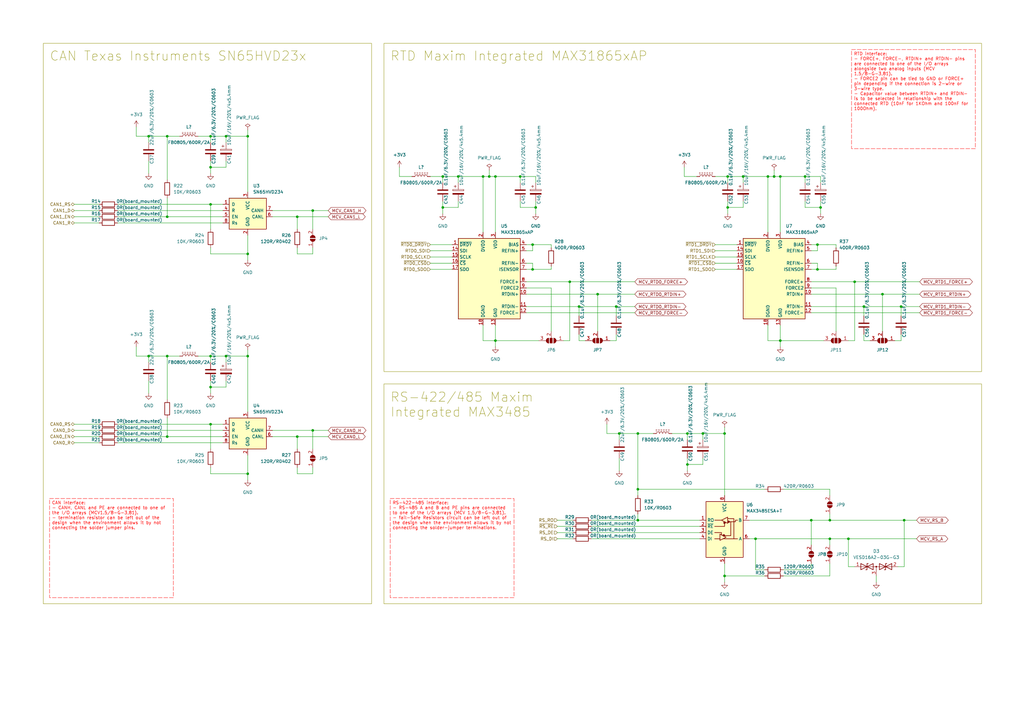
<source format=kicad_sch>
(kicad_sch (version 20230121) (generator eeschema)
  (paper "A3")
  (title_block (title "CAN, RS-422/485, RTD") (date "2023-09-02") (rev "A"))
  (lib_symbols
    (symbol "Device:C" (pin_numbers hide) (pin_names (offset 0.254))
      (property "Reference" "C" (at 0.635 2.54 0))
      (property "Value" "C" (at 0.635 -2.54 0))
      (symbol "C_1_1"
        (pin passive line (at 0 3.81 270) (length 2.794) (name "~") (number "1"))
        (pin passive line (at 0 -3.81 90) (length 2.794) (name "~") (number "2"))
      )
    )
    (symbol "Device:C_Polarized" (pin_numbers hide) (pin_names (offset 0.254))
      (property "Reference" "C" (at 0.635 2.54 0))
      (property "Value" "C_Polarized" (at 0.635 -2.54 0))
      (symbol "C_Polarized_1_1"
        (pin passive line (at 0 3.81 270) (length 2.794) (name "~") (number "1"))
        (pin passive line (at 0 -3.81 90) (length 2.794) (name "~") (number "2"))
      )
    )
    (symbol "Device:D_TVS_Dual_AAC" (pin_names (offset 1.016) hide)
      (property "Reference" "D" (at 0 4.445 0))
      (property "Value" "D_TVS_Dual_AAC" (at 0 2.54 0))
      (symbol "D_TVS_Dual_AAC_1_1"
        (pin passive line (at -8.89 0 0) (length 2.54) (name "A1") (number "1"))
        (pin passive line (at 8.89 0 180) (length 2.54) (name "A2") (number "2"))
        (pin passive line (at 0 -3.81 90) (length 2.54) (name "common") (number "3"))
      )
    )
    (symbol "Device:L_Ferrite" (pin_numbers hide) (pin_names (offset 1.016) hide)
      (property "Reference" "L" (at -1.27 0 90))
      (property "Value" "L_Ferrite" (at 2.794 0 90))
      (symbol "L_Ferrite_1_1"
        (pin passive line (at 0 3.81 270) (length 1.27) (name "1") (number "1"))
        (pin passive line (at 0 -3.81 90) (length 1.27) (name "2") (number "2"))
      )
    )
    (symbol "Device:R" (pin_numbers hide) (pin_names (offset 0))
      (property "Reference" "R" (at 2.032 0 90))
      (property "Value" "R" (at 0 0 90))
      (symbol "R_1_1"
        (pin passive line (at 0 3.81 270) (length 1.27) (name "~") (number "1"))
        (pin passive line (at 0 -3.81 90) (length 1.27) (name "~") (number "2"))
      )
    )
    (symbol "Interface_CAN_LIN:SN65HVD234" (pin_names (offset 1.016))
      (property "Reference" "U" (at -2.54 10.16 0))
      (property "Value" "SN65HVD234" (at -2.54 7.62 0))
      (symbol "SN65HVD234_1_1"
        (pin input line (at -10.16 2.54 0) (length 2.54) (name "D") (number "1"))
        (pin power_in line (at 0 -10.16 90) (length 2.54) (name "GND") (number "2"))
        (pin power_in line (at 0 7.62 270) (length 2.54) (name "VCC") (number "3"))
        (pin output line (at -10.16 0 0) (length 2.54) (name "R") (number "4"))
        (pin input line (at -10.16 -2.54 0) (length 2.54) (name "EN") (number "5"))
        (pin bidirectional line (at 10.16 -2.54 180) (length 2.54) (name "CANL") (number "6"))
        (pin bidirectional line (at 10.16 0 180) (length 2.54) (name "CANH") (number "7"))
        (pin input line (at -10.16 -5.08 0) (length 2.54) (name "Rs") (number "8"))
      )
    )
    (symbol "Interface_UART:MAX3485"
      (property "Reference" "U" (at -6.096 11.43 0))
      (property "Value" "MAX3485" (at 0.762 11.43 0))
      (symbol "MAX3485_1_1"
        (pin output line (at -10.16 2.54 0) (length 2.54) (name "RO") (number "1"))
        (pin input line (at -10.16 0 0) (length 2.54) (name "~{RE}") (number "2"))
        (pin input line (at -10.16 -2.54 0) (length 2.54) (name "DE") (number "3"))
        (pin input line (at -10.16 -5.08 0) (length 2.54) (name "DI") (number "4"))
        (pin power_in line (at 0 -15.24 90) (length 2.54) (name "GND") (number "5"))
        (pin bidirectional line (at 10.16 -5.08 180) (length 2.54) (name "A") (number "6"))
        (pin bidirectional line (at 10.16 2.54 180) (length 2.54) (name "B") (number "7"))
        (pin power_in line (at 0 12.7 270) (length 2.54) (name "VCC") (number "8"))
      )
    )
    (symbol "Jumper:SolderJumper_2_Open" (pin_names (offset 0) hide)
      (property "Reference" "JP" (at 0 2.032 0))
      (property "Value" "SolderJumper_2_Open" (at 0 -2.54 0))
      (symbol "SolderJumper_2_Open_1_1"
        (pin passive line (at -3.81 0 0) (length 2.54) (name "A") (number "1"))
        (pin passive line (at 3.81 0 180) (length 2.54) (name "B") (number "2"))
      )
    )
    (symbol "Jumper:SolderJumper_3_Open" (pin_names (offset 0) hide)
      (property "Reference" "JP" (at -2.54 -2.54 0))
      (property "Value" "SolderJumper_3_Open" (at 0 2.794 0))
      (symbol "SolderJumper_3_Open_1_1"
        (pin passive line (at -5.08 0 0) (length 2.54) (name "A") (number "1"))
        (pin passive line (at 0 -3.81 90) (length 2.54) (name "C") (number "2"))
        (pin passive line (at 5.08 0 180) (length 2.54) (name "B") (number "3"))
      )
    )
    (symbol "Sensor_Temperature:MAX31865xAP"
      (property "Reference" "U" (at -11.43 19.05 0))
      (property "Value" "MAX31865xAP" (at 10.16 19.05 0))
      (symbol "MAX31865xAP_1_1"
        (pin output line (at -15.24 15.24 0) (length 2.54) (name "~{DRDY}") (number "1"))
        (pin input line (at 15.24 -5.08 180) (length 2.54) (name "RTDIN+") (number "10"))
        (pin input line (at 15.24 -10.16 180) (length 2.54) (name "RTDIN-") (number "11"))
        (pin power_out line (at 15.24 -12.7 180) (length 2.54) (name "FORCE-") (number "12"))
        (pin power_in line (at 2.54 -17.78 90) (length 2.54) (name "GND") (number "13"))
        (pin input line (at -15.24 12.7 0) (length 2.54) (name "SDI") (number "14"))
        (pin input line (at -15.24 10.16 0) (length 2.54) (name "SCLK") (number "15"))
        (pin input line (at -15.24 7.62 0) (length 2.54) (name "~{CS}") (number "16"))
        (pin tri_state line (at -15.24 5.08 0) (length 2.54) (name "SDO") (number "17"))
        (pin power_in line (at -2.54 -17.78 90) (length 2.54) (name "DGND") (number "18"))
        (pin passive line (at 2.54 -17.78 90) (length 2.54) hide (name "GND") (number "19"))
        (pin power_in line (at -2.54 20.32 270) (length 2.54) (name "DVDD") (number "2"))
        (pin no_connect line (at -12.7 -2.54 0) (length 2.54) hide (name "NC") (number "20"))
        (pin power_in line (at 2.54 20.32 270) (length 2.54) (name "VDD") (number "3"))
        (pin power_out line (at 15.24 15.24 180) (length 2.54) (name "BIAS") (number "4"))
        (pin input line (at 15.24 12.7 180) (length 2.54) (name "REFIN+") (number "5"))
        (pin input line (at 15.24 7.62 180) (length 2.54) (name "REFIN-") (number "6"))
        (pin passive line (at 15.24 5.08 180) (length 2.54) (name "ISENSOR") (number "7"))
        (pin passive line (at 15.24 0 180) (length 2.54) (name "FORCE+") (number "8"))
        (pin input line (at 15.24 -2.54 180) (length 2.54) (name "FORCE2") (number "9"))
      )
    )
    (symbol "power:+3V3" (power) (pin_names (offset 0))
      (property "Value" "+3V3" (at 0 3.556 0))
      (symbol "+3V3_1_1"
        (pin power_in line (at 0 0 90) (length 0) hide (name "+3V3") (number "1"))
      )
    )
    (symbol "power:GND" (power) (pin_names (offset 0))
      (property "Value" "GND" (at 0 -3.81 0))
      (symbol "GND_1_1"
        (pin power_in line (at 0 0 270) (length 0) hide (name "GND") (number "1"))
      )
    )
    (symbol "power:PWR_FLAG" (power) (pin_numbers hide) (pin_names (offset 0) hide)
      (property "Value" "PWR_FLAG" (at 0 3.81 0))
      (symbol "PWR_FLAG_0_0"
        (pin power_out line (at 0 0 90) (length 0) (name "pwr") (number "1"))
      )
    )
  )
  (junction (at 252.73 125.73))
  (junction (at 297.18 236.22))
  (junction (at 101.6 194.31))
  (junction (at 335.28 100.33))
  (junction (at 361.95 120.65))
  (junction (at 187.96 72.39))
  (junction (at 347.98 220.98))
  (junction (at 297.18 177.8))
  (junction (at 86.36 68.58))
  (junction (at 121.92 179.07))
  (junction (at 101.6 104.14))
  (junction (at 261.62 177.8))
  (junction (at 218.44 110.49))
  (junction (at 86.36 83.82))
  (junction (at 350.52 115.57))
  (junction (at 281.94 177.8))
  (junction (at 68.58 179.07))
  (junction (at 68.58 88.9))
  (junction (at 60.96 55.88))
  (junction (at 370.84 213.36))
  (junction (at 203.2 72.39))
  (junction (at 314.96 72.39))
  (junction (at 298.45 72.39))
  (junction (at 203.2 139.7))
  (junction (at 261.62 213.36))
  (junction (at 200.66 72.39))
  (junction (at 218.44 100.33))
  (junction (at 340.36 213.36))
  (junction (at 288.29 177.8))
  (junction (at 121.92 88.9))
  (junction (at 304.8 72.39))
  (junction (at 320.04 139.7))
  (junction (at 330.2 72.39))
  (junction (at 86.36 55.88))
  (junction (at 60.96 146.05))
  (junction (at 101.6 55.88))
  (junction (at 245.11 120.65))
  (junction (at 128.27 86.36))
  (junction (at 128.27 176.53))
  (junction (at 86.36 173.99))
  (junction (at 254 177.8))
  (junction (at 340.36 220.98))
  (junction (at 181.61 72.39))
  (junction (at 92.71 146.05))
  (junction (at 92.71 55.88))
  (junction (at 281.94 190.5))
  (junction (at 198.12 72.39))
  (junction (at 86.36 158.75))
  (junction (at 68.58 55.88))
  (junction (at 309.88 220.98))
  (junction (at 317.5 72.39))
  (junction (at 335.28 110.49))
  (junction (at 369.57 125.73))
  (junction (at 261.62 200.66))
  (junction (at 298.45 85.09))
  (junction (at 219.71 85.09))
  (junction (at 336.55 85.09))
  (junction (at 86.36 146.05))
  (junction (at 233.68 115.57))
  (junction (at 181.61 85.09))
  (junction (at 332.74 213.36))
  (junction (at 68.58 146.05))
  (junction (at 354.33 125.73))
  (junction (at 320.04 72.39))
  (junction (at 101.6 146.05))
  (junction (at 237.49 125.73))
  (junction (at 213.36 72.39))
  (wire (pts (xy 314.96 72.39) (xy 317.5 72.39)))
  (wire (pts (xy 68.58 146.05) (xy 73.66 146.05)))
  (wire (pts (xy 101.6 104.14) (xy 101.6 106.68)))
  (wire (pts (xy 332.74 115.57) (xy 350.52 115.57)))
  (wire (pts (xy 242.57 218.44) (xy 287.02 218.44)))
  (wire (pts (xy 280.67 72.39) (xy 280.67 68.58)))
  (wire (pts (xy 288.29 177.8) (xy 288.29 180.34)))
  (wire (pts (xy 92.71 66.04) (xy 92.71 68.58)))
  (wire (pts (xy 298.45 85.09) (xy 298.45 87.63)))
  (wire (pts (xy 261.62 177.8) (xy 261.62 200.66)))
  (wire (pts (xy 293.37 105.41) (xy 302.26 105.41)))
  (wire (pts (xy 163.83 72.39) (xy 163.83 68.58)))
  (wire (pts (xy 361.95 120.65) (xy 377.19 120.65)))
  (wire (pts (xy 245.11 120.65) (xy 260.35 120.65)))
  (wire (pts (xy 86.36 173.99) (xy 91.44 173.99)))
  (wire (pts (xy 281.94 177.8) (xy 288.29 177.8)))
  (wire (pts (xy 68.58 146.05) (xy 68.58 163.83)))
  (wire (pts (xy 298.45 72.39) (xy 304.8 72.39)))
  (wire (pts (xy 335.28 100.33) (xy 342.9 100.33)))
  (wire (pts (xy 86.36 191.77) (xy 86.36 194.31)))
  (wire (pts (xy 228.6 218.44) (xy 234.95 218.44)))
  (wire (pts (xy 219.71 72.39) (xy 219.71 74.93)))
  (wire (pts (xy 86.36 66.04) (xy 86.36 68.58)))
  (wire (pts (xy 198.12 95.25) (xy 198.12 72.39)))
  (wire (pts (xy 309.88 220.98) (xy 340.36 220.98)))
  (wire (pts (xy 198.12 72.39) (xy 200.66 72.39)))
  (wire (pts (xy 68.58 179.07) (xy 91.44 179.07)))
  (wire (pts (xy 231.14 139.7) (xy 233.68 139.7)))
  (wire (pts (xy 350.52 232.41) (xy 347.98 232.41)))
  (wire (pts (xy 314.96 139.7) (xy 320.04 139.7)))
  (wire (pts (xy 218.44 100.33) (xy 226.06 100.33)))
  (wire (pts (xy 60.96 146.05) (xy 68.58 146.05)))
  (wire (pts (xy 332.74 213.36) (xy 340.36 213.36)))
  (wire (pts (xy 48.26 88.9) (xy 68.58 88.9)))
  (wire (pts (xy 307.34 220.98) (xy 309.88 220.98)))
  (wire (pts (xy 309.88 233.68) (xy 309.88 220.98)))
  (wire (pts (xy 359.41 236.22) (xy 359.41 238.76)))
  (wire (pts (xy 332.74 231.14) (xy 332.74 233.68)))
  (wire (pts (xy 101.6 53.34) (xy 101.6 55.88)))
  (wire (pts (xy 128.27 176.53) (xy 128.27 184.15)))
  (wire (pts (xy 288.29 177.8) (xy 297.18 177.8)))
  (wire (pts (xy 293.37 72.39) (xy 298.45 72.39)))
  (wire (pts (xy 261.62 200.66) (xy 313.69 200.66)))
  (wire (pts (xy 218.44 110.49) (xy 218.44 107.95)))
  (wire (pts (xy 368.3 232.41) (xy 370.84 232.41)))
  (wire (pts (xy 228.6 215.9) (xy 234.95 215.9)))
  (wire (pts (xy 198.12 72.39) (xy 187.96 72.39)))
  (wire (pts (xy 340.36 200.66) (xy 340.36 203.2)))
  (wire (pts (xy 245.11 120.65) (xy 245.11 135.89)))
  (wire (pts (xy 86.36 146.05) (xy 92.71 146.05)))
  (wire (pts (xy 304.8 82.55) (xy 304.8 85.09)))
  (wire (pts (xy 218.44 107.95) (xy 215.9 107.95)))
  (wire (pts (xy 215.9 125.73) (xy 237.49 125.73)))
  (wire (pts (xy 213.36 82.55) (xy 213.36 85.09)))
  (wire (pts (xy 342.9 109.22) (xy 342.9 110.49)))
  (wire (pts (xy 237.49 125.73) (xy 237.49 129.54)))
  (wire (pts (xy 340.36 220.98) (xy 340.36 223.52)))
  (wire (pts (xy 313.69 233.68) (xy 309.88 233.68)))
  (wire (pts (xy 370.84 232.41) (xy 370.84 213.36)))
  (wire (pts (xy 101.6 96.52) (xy 101.6 104.14)))
  (wire (pts (xy 121.92 104.14) (xy 128.27 104.14)))
  (wire (pts (xy 340.36 213.36) (xy 370.84 213.36)))
  (wire (pts (xy 128.27 86.36) (xy 128.27 93.98)))
  (wire (pts (xy 233.68 139.7) (xy 233.68 115.57)))
  (wire (pts (xy 298.45 82.55) (xy 298.45 85.09)))
  (wire (pts (xy 168.91 72.39) (xy 163.83 72.39)))
  (wire (pts (xy 332.74 118.11) (xy 342.9 118.11)))
  (wire (pts (xy 321.31 233.68) (xy 332.74 233.68)))
  (wire (pts (xy 285.75 72.39) (xy 280.67 72.39)))
  (wire (pts (xy 86.36 58.42) (xy 86.36 55.88)))
  (wire (pts (xy 304.8 72.39) (xy 304.8 74.93)))
  (wire (pts (xy 68.58 171.45) (xy 68.58 179.07)))
  (wire (pts (xy 336.55 72.39) (xy 336.55 74.93)))
  (wire (pts (xy 128.27 104.14) (xy 128.27 101.6)))
  (wire (pts (xy 176.53 110.49) (xy 185.42 110.49)))
  (wire (pts (xy 198.12 133.35) (xy 198.12 139.7)))
  (wire (pts (xy 203.2 139.7) (xy 220.98 139.7)))
  (wire (pts (xy 81.28 55.88) (xy 86.36 55.88)))
  (wire (pts (xy 332.74 128.27) (xy 377.19 128.27)))
  (wire (pts (xy 332.74 213.36) (xy 332.74 223.52)))
  (wire (pts (xy 252.73 125.73) (xy 260.35 125.73)))
  (wire (pts (xy 60.96 66.04) (xy 60.96 71.12)))
  (wire (pts (xy 314.96 133.35) (xy 314.96 139.7)))
  (wire (pts (xy 218.44 110.49) (xy 226.06 110.49)))
  (wire (pts (xy 92.71 146.05) (xy 92.71 148.59)))
  (wire (pts (xy 92.71 68.58) (xy 86.36 68.58)))
  (wire (pts (xy 176.53 102.87) (xy 185.42 102.87)))
  (wire (pts (xy 242.57 213.36) (xy 261.62 213.36)))
  (wire (pts (xy 203.2 139.7) (xy 203.2 142.24)))
  (wire (pts (xy 30.48 181.61) (xy 40.64 181.61)))
  (wire (pts (xy 111.76 179.07) (xy 121.92 179.07)))
  (wire (pts (xy 354.33 139.7) (xy 354.33 137.16)))
  (wire (pts (xy 86.36 101.6) (xy 86.36 104.14)))
  (wire (pts (xy 336.55 82.55) (xy 336.55 85.09)))
  (wire (pts (xy 307.34 213.36) (xy 332.74 213.36)))
  (wire (pts (xy 181.61 82.55) (xy 181.61 85.09)))
  (wire (pts (xy 181.61 72.39) (xy 187.96 72.39)))
  (wire (pts (xy 242.57 220.98) (xy 287.02 220.98)))
  (wire (pts (xy 203.2 133.35) (xy 203.2 139.7)))
  (wire (pts (xy 340.36 236.22) (xy 340.36 231.14)))
  (wire (pts (xy 248.92 177.8) (xy 248.92 173.99)))
  (wire (pts (xy 350.52 115.57) (xy 377.19 115.57)))
  (wire (pts (xy 128.27 194.31) (xy 128.27 191.77)))
  (wire (pts (xy 121.92 179.07) (xy 134.62 179.07)))
  (wire (pts (xy 101.6 146.05) (xy 92.71 146.05)))
  (wire (pts (xy 86.36 83.82) (xy 91.44 83.82)))
  (wire (pts (xy 228.6 220.98) (xy 234.95 220.98)))
  (wire (pts (xy 226.06 100.33) (xy 226.06 101.6)))
  (wire (pts (xy 215.9 110.49) (xy 218.44 110.49)))
  (wire (pts (xy 86.36 148.59) (xy 86.36 146.05)))
  (wire (pts (xy 226.06 109.22) (xy 226.06 110.49)))
  (wire (pts (xy 187.96 85.09) (xy 181.61 85.09)))
  (wire (pts (xy 330.2 82.55) (xy 330.2 85.09)))
  (wire (pts (xy 218.44 100.33) (xy 218.44 102.87)))
  (wire (pts (xy 298.45 74.93) (xy 298.45 72.39)))
  (wire (pts (xy 297.18 177.8) (xy 297.18 203.2)))
  (wire (pts (xy 181.61 85.09) (xy 181.61 87.63)))
  (wire (pts (xy 254 180.34) (xy 254 177.8)))
  (wire (pts (xy 248.92 177.8) (xy 254 177.8)))
  (wire (pts (xy 321.31 236.22) (xy 340.36 236.22)))
  (wire (pts (xy 297.18 231.14) (xy 297.18 236.22)))
  (wire (pts (xy 350.52 139.7) (xy 350.52 115.57)))
  (wire (pts (xy 275.59 177.8) (xy 281.94 177.8)))
  (wire (pts (xy 252.73 125.73) (xy 252.73 129.54)))
  (wire (pts (xy 237.49 125.73) (xy 252.73 125.73)))
  (wire (pts (xy 121.92 88.9) (xy 134.62 88.9)))
  (wire (pts (xy 200.66 72.39) (xy 203.2 72.39)))
  (wire (pts (xy 330.2 72.39) (xy 336.55 72.39)))
  (wire (pts (xy 121.92 194.31) (xy 128.27 194.31)))
  (wire (pts (xy 68.58 55.88) (xy 68.58 73.66)))
  (wire (pts (xy 314.96 95.25) (xy 314.96 72.39)))
  (wire (pts (xy 261.62 200.66) (xy 261.62 203.2)))
  (wire (pts (xy 101.6 143.51) (xy 101.6 146.05)))
  (wire (pts (xy 304.8 85.09) (xy 298.45 85.09)))
  (wire (pts (xy 30.48 173.99) (xy 40.64 173.99)))
  (wire (pts (xy 228.6 213.36) (xy 234.95 213.36)))
  (wire (pts (xy 128.27 176.53) (xy 134.62 176.53)))
  (wire (pts (xy 281.94 190.5) (xy 281.94 193.04)))
  (wire (pts (xy 250.19 139.7) (xy 252.73 139.7)))
  (wire (pts (xy 92.71 158.75) (xy 86.36 158.75)))
  (wire (pts (xy 335.28 107.95) (xy 332.74 107.95)))
  (wire (pts (xy 215.9 120.65) (xy 245.11 120.65)))
  (wire (pts (xy 55.88 55.88) (xy 60.96 55.88)))
  (wire (pts (xy 369.57 125.73) (xy 377.19 125.73)))
  (wire (pts (xy 356.87 139.7) (xy 354.33 139.7)))
  (wire (pts (xy 320.04 95.25) (xy 320.04 72.39)))
  (wire (pts (xy 314.96 72.39) (xy 304.8 72.39)))
  (wire (pts (xy 60.96 148.59) (xy 60.96 146.05)))
  (wire (pts (xy 342.9 100.33) (xy 342.9 101.6)))
  (wire (pts (xy 281.94 180.34) (xy 281.94 177.8)))
  (wire (pts (xy 86.36 104.14) (xy 101.6 104.14)))
  (wire (pts (xy 48.26 181.61) (xy 91.44 181.61)))
  (wire (pts (xy 101.6 55.88) (xy 92.71 55.88)))
  (wire (pts (xy 101.6 146.05) (xy 101.6 168.91)))
  (wire (pts (xy 335.28 110.49) (xy 335.28 107.95)))
  (wire (pts (xy 332.74 120.65) (xy 361.95 120.65)))
  (wire (pts (xy 176.53 100.33) (xy 185.42 100.33)))
  (wire (pts (xy 367.03 139.7) (xy 369.57 139.7)))
  (wire (pts (xy 215.9 115.57) (xy 233.68 115.57)))
  (wire (pts (xy 261.62 213.36) (xy 287.02 213.36)))
  (wire (pts (xy 219.71 82.55) (xy 219.71 85.09)))
  (wire (pts (xy 92.71 156.21) (xy 92.71 158.75)))
  (wire (pts (xy 347.98 232.41) (xy 347.98 220.98)))
  (wire (pts (xy 181.61 74.93) (xy 181.61 72.39)))
  (wire (pts (xy 218.44 102.87) (xy 215.9 102.87)))
  (wire (pts (xy 121.92 101.6) (xy 121.92 104.14)))
  (wire (pts (xy 332.74 110.49) (xy 335.28 110.49)))
  (wire (pts (xy 111.76 176.53) (xy 128.27 176.53)))
  (wire (pts (xy 297.18 236.22) (xy 297.18 238.76)))
  (wire (pts (xy 354.33 125.73) (xy 354.33 129.54)))
  (wire (pts (xy 48.26 86.36) (xy 91.44 86.36)))
  (wire (pts (xy 60.96 156.21) (xy 60.96 161.29)))
  (wire (pts (xy 86.36 83.82) (xy 86.36 93.98)))
  (wire (pts (xy 187.96 82.55) (xy 187.96 85.09)))
  (wire (pts (xy 320.04 139.7) (xy 337.82 139.7)))
  (wire (pts (xy 213.36 85.09) (xy 219.71 85.09)))
  (wire (pts (xy 176.53 107.95) (xy 185.42 107.95)))
  (wire (pts (xy 335.28 100.33) (xy 335.28 102.87)))
  (wire (pts (xy 347.98 139.7) (xy 350.52 139.7)))
  (wire (pts (xy 293.37 100.33) (xy 302.26 100.33)))
  (wire (pts (xy 215.9 100.33) (xy 218.44 100.33)))
  (wire (pts (xy 111.76 88.9) (xy 121.92 88.9)))
  (wire (pts (xy 297.18 236.22) (xy 313.69 236.22)))
  (wire (pts (xy 233.68 115.57) (xy 260.35 115.57)))
  (wire (pts (xy 92.71 55.88) (xy 92.71 58.42)))
  (wire (pts (xy 321.31 200.66) (xy 340.36 200.66)))
  (wire (pts (xy 48.26 179.07) (xy 68.58 179.07)))
  (wire (pts (xy 198.12 139.7) (xy 203.2 139.7)))
  (wire (pts (xy 213.36 72.39) (xy 219.71 72.39)))
  (wire (pts (xy 203.2 72.39) (xy 213.36 72.39)))
  (wire (pts (xy 219.71 85.09) (xy 219.71 87.63)))
  (wire (pts (xy 254 187.96) (xy 254 193.04)))
  (wire (pts (xy 226.06 118.11) (xy 226.06 135.89)))
  (wire (pts (xy 86.36 194.31) (xy 101.6 194.31)))
  (wire (pts (xy 55.88 146.05) (xy 55.88 142.24)))
  (wire (pts (xy 369.57 139.7) (xy 369.57 137.16)))
  (wire (pts (xy 48.26 91.44) (xy 91.44 91.44)))
  (wire (pts (xy 48.26 173.99) (xy 86.36 173.99)))
  (wire (pts (xy 48.26 176.53) (xy 91.44 176.53)))
  (wire (pts (xy 237.49 139.7) (xy 237.49 137.16)))
  (wire (pts (xy 121.92 88.9) (xy 121.92 93.98)))
  (wire (pts (xy 261.62 210.82) (xy 261.62 213.36)))
  (wire (pts (xy 86.36 158.75) (xy 86.36 161.29)))
  (wire (pts (xy 68.58 88.9) (xy 91.44 88.9)))
  (wire (pts (xy 317.5 72.39) (xy 320.04 72.39)))
  (wire (pts (xy 86.36 55.88) (xy 92.71 55.88)))
  (wire (pts (xy 261.62 177.8) (xy 267.97 177.8)))
  (wire (pts (xy 320.04 133.35) (xy 320.04 139.7)))
  (wire (pts (xy 30.48 83.82) (xy 40.64 83.82)))
  (wire (pts (xy 332.74 100.33) (xy 335.28 100.33)))
  (wire (pts (xy 288.29 190.5) (xy 281.94 190.5)))
  (wire (pts (xy 281.94 187.96) (xy 281.94 190.5)))
  (wire (pts (xy 369.57 125.73) (xy 369.57 129.54)))
  (wire (pts (xy 293.37 110.49) (xy 302.26 110.49)))
  (wire (pts (xy 240.03 139.7) (xy 237.49 139.7)))
  (wire (pts (xy 30.48 91.44) (xy 40.64 91.44)))
  (wire (pts (xy 370.84 213.36) (xy 375.92 213.36)))
  (wire (pts (xy 86.36 156.21) (xy 86.36 158.75)))
  (wire (pts (xy 320.04 139.7) (xy 320.04 142.24)))
  (wire (pts (xy 101.6 186.69) (xy 101.6 194.31)))
  (wire (pts (xy 55.88 55.88) (xy 55.88 52.07)))
  (wire (pts (xy 340.36 220.98) (xy 347.98 220.98)))
  (wire (pts (xy 288.29 187.96) (xy 288.29 190.5)))
  (wire (pts (xy 340.36 210.82) (xy 340.36 213.36)))
  (wire (pts (xy 48.26 83.82) (xy 86.36 83.82)))
  (wire (pts (xy 60.96 58.42) (xy 60.96 55.88)))
  (wire (pts (xy 293.37 107.95) (xy 302.26 107.95)))
  (wire (pts (xy 60.96 55.88) (xy 68.58 55.88)))
  (wire (pts (xy 342.9 118.11) (xy 342.9 135.89)))
  (wire (pts (xy 86.36 68.58) (xy 86.36 71.12)))
  (wire (pts (xy 320.04 72.39) (xy 330.2 72.39)))
  (wire (pts (xy 335.28 110.49) (xy 342.9 110.49)))
  (wire (pts (xy 317.5 69.85) (xy 317.5 72.39)))
  (wire (pts (xy 176.53 72.39) (xy 181.61 72.39)))
  (wire (pts (xy 361.95 120.65) (xy 361.95 135.89)))
  (wire (pts (xy 30.48 176.53) (xy 40.64 176.53)))
  (wire (pts (xy 128.27 86.36) (xy 134.62 86.36)))
  (wire (pts (xy 101.6 194.31) (xy 101.6 196.85)))
  (wire (pts (xy 335.28 102.87) (xy 332.74 102.87)))
  (wire (pts (xy 121.92 179.07) (xy 121.92 184.15)))
  (wire (pts (xy 330.2 72.39) (xy 330.2 74.93)))
  (wire (pts (xy 293.37 102.87) (xy 302.26 102.87)))
  (wire (pts (xy 203.2 95.25) (xy 203.2 72.39)))
  (wire (pts (xy 101.6 55.88) (xy 101.6 78.74)))
  (wire (pts (xy 213.36 72.39) (xy 213.36 74.93)))
  (wire (pts (xy 30.48 179.07) (xy 40.64 179.07)))
  (wire (pts (xy 68.58 81.28) (xy 68.58 88.9)))
  (wire (pts (xy 336.55 85.09) (xy 336.55 87.63)))
  (wire (pts (xy 347.98 220.98) (xy 375.92 220.98)))
  (wire (pts (xy 252.73 139.7) (xy 252.73 137.16)))
  (wire (pts (xy 81.28 146.05) (xy 86.36 146.05)))
  (wire (pts (xy 30.48 88.9) (xy 40.64 88.9)))
  (wire (pts (xy 30.48 86.36) (xy 40.64 86.36)))
  (wire (pts (xy 55.88 146.05) (xy 60.96 146.05)))
  (wire (pts (xy 200.66 69.85) (xy 200.66 72.39)))
  (wire (pts (xy 111.76 86.36) (xy 128.27 86.36)))
  (wire (pts (xy 297.18 175.26) (xy 297.18 177.8)))
  (wire (pts (xy 68.58 55.88) (xy 73.66 55.88)))
  (wire (pts (xy 354.33 125.73) (xy 369.57 125.73)))
  (wire (pts (xy 176.53 105.41) (xy 185.42 105.41)))
  (wire (pts (xy 215.9 128.27) (xy 260.35 128.27)))
  (wire (pts (xy 330.2 85.09) (xy 336.55 85.09)))
  (wire (pts (xy 121.92 191.77) (xy 121.92 194.31)))
  (wire (pts (xy 215.9 118.11) (xy 226.06 118.11)))
  (wire (pts (xy 187.96 72.39) (xy 187.96 74.93)))
  (wire (pts (xy 332.74 125.73) (xy 354.33 125.73)))
  (wire (pts (xy 242.57 215.9) (xy 287.02 215.9)))
  (wire (pts (xy 86.36 173.99) (xy 86.36 184.15)))
  (wire (pts (xy 254 177.8) (xy 261.62 177.8)))
  (rectangle (start 157.48 157.48) (end 402.59 247.65) (stroke (width 0) (color 140 140 0 1)))
  (rectangle (start 157.48 17.78) (end 402.59 152.4) (stroke (width 0) (color 140 140 0 1)))
  (rectangle (start 17.78 17.78) (end 152.4 247.65) (stroke (width 0) (color 140 140 0 1)))
  (text_box "CAN interface:\n- CANH, CANL and PE are connected to one of the I/O arrays (MCV1.5/8-G-3,81).\n- termination resistor can be left out of the design when the environment allows it by not connecting the solder jumper pins." (at 20.32 204.47 0) (size 50.8 40.64) (stroke (width 0) (type dash) (color 255 0 0 1)) (effects (font (size 1.27 1.27)) (justify left top)))
  (text_box "RS-422-485 interface:\n- RS-485 A and B and PE pins are connected to one of the I/O arrays (MCV 1,5/8-G-3,81).\n- fail-Safe Resistors circuit can be left out of the design when the environment allows it by not connecting the solder-jumper terminations." (at 160.02 204.47 0) (size 50.8 40.64) (stroke (width 0) (type dash) (color 255 0 0 1)) (effects (font (size 1.27 1.27)) (justify left top)))
  (text_box "RTD interface:\n- FORCE+, FORCE-, RTDIN+ and RTDIN- pins are connected to one of the I/O arrays alongside two analog inputs (MCV 1,5/8-G-3,81).\n- FORCE2 pin can be tied to GND or FORCE+ pin depending if the connection is 2-wire or 3-wire type.\n- Capacitor value between RTDIN+ and RTDIN- is to be selected in relationship with the connected RTD (10nF for 1KOhm and 100nF for 100Ohm)." (at 349.25 20.32 0) (size 50.8 40.64) (stroke (width 0) (type dash) (color 255 0 0 1)) (effects (font (size 1.27 1.27)) (justify left top)))
  (text "CAN Texas Instruments SN65HVD23x" (at 20.32 25.4 0) (effects (font (size 3.81 3.81)) (justify left bottom)))
  (text "RTD Maxim Integrated MAX31865xAP" (at 160.02 25.4 0) (effects (font (size 3.81 3.81)) (justify left bottom)))
  (text "RS-422/485 Maxim\nIntegrated MAX3485" (at 160.02 171.45 0) (effects (font (size 3.81 3.81)) (justify left bottom)))
  (global_label "MCV_RTD0_FORCE-" (shape bidirectional) (at 260.35 128.27 0) (property "Intersheetrefs" "${INTERSHEET_REFS}" (effects hide)))
  (global_label "MCV_CAN0_L" (shape bidirectional) (at 134.62 179.07 0) (property "Intersheetrefs" "${INTERSHEET_REFS}" (effects hide)))
  (global_label "MCV_RTD0_RTDIN+" (shape bidirectional) (at 260.35 120.65 0) (property "Intersheetrefs" "${INTERSHEET_REFS}" (effects hide)))
  (global_label "MCV_RTD1_FORCE+" (shape bidirectional) (at 377.19 115.57 0) (property "Intersheetrefs" "${INTERSHEET_REFS}" (effects hide)))
  (global_label "MCV_RTD1_FORCE-" (shape bidirectional) (at 377.19 128.27 0) (property "Intersheetrefs" "${INTERSHEET_REFS}" (effects hide)))
  (global_label "MCV_RTD0_RTDIN-" (shape bidirectional) (at 260.35 125.73 0) (property "Intersheetrefs" "${INTERSHEET_REFS}" (effects hide)))
  (global_label "MCV_CAN0_H" (shape bidirectional) (at 134.62 176.53 0) (property "Intersheetrefs" "${INTERSHEET_REFS}" (effects hide)))
  (global_label "MCV_CAN1_L" (shape bidirectional) (at 134.62 88.9 0) (property "Intersheetrefs" "${INTERSHEET_REFS}" (effects hide)))
  (global_label "MCV_RS_A" (shape bidirectional) (at 375.92 220.98 0) (property "Intersheetrefs" "${INTERSHEET_REFS}" (effects hide)))
  (global_label "MCV_CAN1_H" (shape bidirectional) (at 134.62 86.36 0) (property "Intersheetrefs" "${INTERSHEET_REFS}" (effects hide)))
  (global_label "MCV_RTD1_RTDIN-" (shape bidirectional) (at 377.19 125.73 0) (property "Intersheetrefs" "${INTERSHEET_REFS}" (effects hide)))
  (global_label "MCV_RS_B" (shape bidirectional) (at 375.92 213.36 0) (property "Intersheetrefs" "${INTERSHEET_REFS}" (effects hide)))
  (global_label "MCV_RTD1_RTDIN+" (shape bidirectional) (at 377.19 120.65 0) (property "Intersheetrefs" "${INTERSHEET_REFS}" (effects hide)))
  (global_label "MCV_RTD0_FORCE+" (shape bidirectional) (at 260.35 115.57 0) (property "Intersheetrefs" "${INTERSHEET_REFS}" (effects hide)))
  (hierarchical_label "~{RS_RE}" (shape input) (at 228.6 215.9 180))
  (hierarchical_label "CAN1_R" (shape bidirectional) (at 30.48 91.44 180))
  (hierarchical_label "~{RTD1_DRDY}" (shape input) (at 293.37 100.33 180))
  (hierarchical_label "CAN0_D" (shape bidirectional) (at 30.48 176.53 180))
  (hierarchical_label "RTD1_SCLK" (shape input) (at 293.37 105.41 180))
  (hierarchical_label "~{RTD0_CS0}" (shape input) (at 176.53 107.95 180))
  (hierarchical_label "RS_DE" (shape input) (at 228.6 218.44 180))
  (hierarchical_label "RTD1_SDO" (shape input) (at 293.37 110.49 180))
  (hierarchical_label "RTD1_SDI" (shape input) (at 293.37 102.87 180))
  (hierarchical_label "RS_RO" (shape input) (at 228.6 213.36 180))
  (hierarchical_label "CAN0_RS" (shape bidirectional) (at 30.48 173.99 180))
  (hierarchical_label "CAN1_EN" (shape bidirectional) (at 30.48 88.9 180))
  (hierarchical_label "~{RTD1_CS0}" (shape input) (at 293.37 107.95 180))
  (hierarchical_label "RTD0_SCLK" (shape input) (at 176.53 105.41 180))
  (hierarchical_label "CAN0_EN" (shape bidirectional) (at 30.48 179.07 180))
  (hierarchical_label "RTD0_SDI" (shape input) (at 176.53 102.87 180))
  (hierarchical_label "~{RTD0_DRDY}" (shape input) (at 176.53 100.33 180))
  (hierarchical_label "CAN1_D" (shape bidirectional) (at 30.48 86.36 180))
  (hierarchical_label "CAN0_R" (shape bidirectional) (at 30.48 181.61 180))
  (hierarchical_label "RS_DI" (shape input) (at 228.6 220.98 180))
  (hierarchical_label "RTD0_SDO" (shape input) (at 176.53 110.49 180))
  (hierarchical_label "CAN1_RS" (shape bidirectional) (at 30.48 83.82 180))
  (symbol (lib_id "power:GND") (at 336.55 87.63 0) (mirror y) (unit 1)
    (property "Reference" "#PWR040" (effects hide))
    (property "Value" "GND" (at 336.55 92.71 0))
  )
  (symbol (lib_id "Device:C_Polarized") (at 336.55 78.74 0) (unit 1)
    (property "Reference" "C55" (at 337.82 83.82 90) (effects (justify left)))
    (property "Value" "10uF/16V/20%/4x5.4mm" (at 337.82 76.2 90) (effects (justify left)))
    (property "Footprint" "Capacitor_SMD:CP_Elec_4x5.4" (effects hide))
  )
  (symbol (lib_id "Jumper:SolderJumper_2_Open") (at 340.36 227.33 90) (unit 1)
    (property "Reference" "JP10" (at 342.9 227.33 90) (effects (justify right)))
    (property "Value" "SolderJumper_2_Open" (effects hide))
    (property "Footprint" "Jumper:SolderJumper-2_P1.3mm_Open_Pad1.0x1.5mm" (effects hide))
  )
  (symbol (lib_id "Device:C") (at 86.36 62.23 0) (unit 1)
    (property "Reference" "C39" (at 87.63 67.31 90) (effects (justify left)))
    (property "Value" "0.1uF/6.3V/20%/C0603" (at 87.63 59.69 90) (effects (justify left)))
    (property "Footprint" "Capacitor_SMD:C_0603_1608Metric" (effects hide))
  )
  (symbol (lib_id "power:+3V3") (at 55.88 52.07 0) (unit 1)
    (property "Reference" "#PWR021" (effects hide))
    (property "Value" "+3V3" (at 55.88 46.99 0))
  )
  (symbol (lib_id "Jumper:SolderJumper_3_Open") (at 226.06 139.7 180) (unit 1)
    (property "Reference" "JP6" (at 226.06 143.51 0))
    (property "Value" "SolderJumper_3_Open" (effects hide))
    (property "Footprint" "Jumper:SolderJumper-3_P1.3mm_Open_Pad1.0x1.5mm" (effects hide))
  )
  (symbol (lib_id "Device:C") (at 281.94 184.15 0) (unit 1)
    (property "Reference" "C50" (at 283.21 189.23 90) (effects (justify left)))
    (property "Value" "0.1uF/6.3V/20%/C0603" (at 283.21 181.61 90) (effects (justify left)))
    (property "Footprint" "Capacitor_SMD:C_0603_1608Metric" (effects hide))
  )
  (symbol (lib_id "Sensor_Temperature:MAX31865xAP") (at 317.5 115.57 0) (unit 1)
    (property "Reference" "U7" (at 322.2341 92.71 0) (effects (justify left)))
    (property "Value" "MAX31865xAP" (at 322.2341 95.25 0) (effects (justify left)))
    (property "Footprint" "Package_SO:SSOP-20_5.3x7.2mm_P0.65mm" (effects hide))
    (property "Datasheet" "https://datasheets.maximintegrated.com/en/ds/MAX31865.pdf" (effects hide))
  )
  (symbol (lib_id "Interface_UART:MAX3485") (at 297.18 215.9 0) (unit 1)
    (property "Reference" "U6" (at 306.07 207.01 0) (effects (justify left)))
    (property "Value" "MAX3485ESA+T" (at 306.07 209.55 0) (effects (justify left)))
    (property "Footprint" "Package_SO:SO-8_3.9x4.9mm_P1.27mm" (effects hide))
    (property "Datasheet" "https://datasheets.maximintegrated.com/en/ds/MAX3483-MAX3491.pdf" (effects hide))
  )
  (symbol (lib_id "Device:R") (at 317.5 236.22 90) (mirror x) (unit 1)
    (property "Reference" "R36" (at 313.69 234.95 90) (effects (justify left)))
    (property "Value" "420R/R0603" (at 321.31 234.95 90) (effects (justify right)))
    (property "Footprint" "Resistor_SMD:R_0603_1608Metric" (effects hide))
  )
  (symbol (lib_id "Device:C_Polarized") (at 288.29 184.15 0) (unit 1)
    (property "Reference" "C51" (at 289.56 189.23 90) (effects (justify left)))
    (property "Value" "10uF/16V/20%/4x5.4mm" (at 289.56 181.61 90) (effects (justify left)))
    (property "Footprint" "Capacitor_SMD:CP_Elec_4x5.4" (effects hide))
  )
  (symbol (lib_id "Device:R") (at 121.92 187.96 0) (unit 1)
    (property "Reference" "R27" (at 119.38 186.69 0) (effects (justify right)))
    (property "Value" "120R/R0402" (at 119.38 189.23 0) (effects (justify right)))
    (property "Footprint" "Resistor_SMD:R_0603_1608Metric" (effects hide))
  )
  (symbol (lib_id "Device:R") (at 44.45 176.53 90) (unit 1)
    (property "Reference" "R19" (at 39.37 175.26 90))
    (property "Value" "0R(board_mounted)" (at 57.15 175.26 90))
    (property "Footprint" "Resistor_SMD:R_0402_1005Metric" (effects hide))
  )
  (symbol (lib_id "power:GND") (at 203.2 142.24 0) (unit 1)
    (property "Reference" "#PWR031" (effects hide))
    (property "Value" "GND" (at 203.2 147.32 0))
  )
  (symbol (lib_id "Device:R") (at 86.36 187.96 0) (mirror y) (unit 1)
    (property "Reference" "R25" (at 83.82 186.69 0) (effects (justify left)))
    (property "Value" "10K/R0603" (at 83.82 189.23 0) (effects (justify left)))
    (property "Footprint" "Resistor_SMD:R_0603_1608Metric" (effects hide))
  )
  (symbol (lib_id "power:GND") (at 181.61 87.63 0) (unit 1)
    (property "Reference" "#PWR030" (effects hide))
    (property "Value" "GND" (at 181.61 92.71 0))
  )
  (symbol (lib_id "Device:C") (at 298.45 78.74 0) (unit 1)
    (property "Reference" "C52" (at 299.72 83.82 90) (effects (justify left)))
    (property "Value" "0.1uF/6.3V/20%/C0603" (at 299.72 76.2 90) (effects (justify left)))
    (property "Footprint" "Capacitor_SMD:C_0603_1608Metric" (effects hide))
  )
  (symbol (lib_id "Device:L_Ferrite") (at 77.47 55.88 90) (unit 1)
    (property "Reference" "L?" (at 77.47 52.07 90))
    (property "Value" "FB0805/600R/2A" (at 77.47 58.42 90))
    (property "Footprint" "Inductor_SMD:L_0805_2012Metric" (effects hide))
    (property "Datasheet" "https://ro.mouser.com/datasheet/2/87/eaton_mfbm1v2012_high_current_multilayer_ferrite_c-1890685.pdf" (effects hide))
    (instances (project "SAM4E-PLC" (path "" (reference "L?") (unit 1)) (path "" (reference "L?") (unit 1)) (path "" (reference "L3") (unit 1))))
  )
  (symbol (lib_id "power:GND") (at 86.36 161.29 0) (unit 1)
    (property "Reference" "#PWR026" (effects hide))
    (property "Value" "GND" (at 86.36 166.37 0))
  )
  (symbol (lib_id "Device:R") (at 238.76 218.44 90) (unit 1)
    (property "Reference" "R31" (at 233.68 217.17 90))
    (property "Value" "0R(board_mounted)" (at 251.46 217.17 90))
    (property "Footprint" "Resistor_SMD:R_0402_1005Metric" (effects hide))
  )
  (symbol (lib_id "Device:R") (at 261.62 207.01 0) (unit 1)
    (property "Reference" "R33" (at 264.16 205.74 0) (effects (justify left)))
    (property "Value" "10K/R0603" (at 264.16 208.28 0) (effects (justify left)))
    (property "Footprint" "Resistor_SMD:R_0603_1608Metric" (effects hide))
  )
  (symbol (lib_id "Device:R") (at 86.36 97.79 0) (mirror y) (unit 1)
    (property "Reference" "R24" (at 83.82 96.52 0) (effects (justify left)))
    (property "Value" "10K/R0603" (at 83.82 99.06 0) (effects (justify left)))
    (property "Footprint" "Resistor_SMD:R_0603_1608Metric" (effects hide))
  )
  (symbol (lib_id "power:+3V3") (at 55.88 142.24 0) (unit 1)
    (property "Reference" "#PWR022" (effects hide))
    (property "Value" "+3V3" (at 55.88 137.16 0))
  )
  (symbol (lib_id "power:GND") (at 219.71 87.63 0) (mirror y) (unit 1)
    (property "Reference" "#PWR032" (effects hide))
    (property "Value" "GND" (at 219.71 92.71 0))
  )
  (symbol (lib_id "Device:C_Polarized") (at 304.8 78.74 0) (unit 1)
    (property "Reference" "C53" (at 306.07 83.82 90) (effects (justify left)))
    (property "Value" "10uF/16V/20%/4x5.4mm" (at 306.07 76.2 90) (effects (justify left)))
    (property "Footprint" "Capacitor_SMD:CP_Elec_4x5.4" (effects hide))
  )
  (symbol (lib_id "Device:R") (at 238.76 215.9 90) (unit 1)
    (property "Reference" "R30" (at 233.68 214.63 90))
    (property "Value" "0R(board_mounted)" (at 251.46 214.63 90))
    (property "Footprint" "Resistor_SMD:R_0402_1005Metric" (effects hide))
  )
  (symbol (lib_id "power:+3V3") (at 248.92 173.99 0) (unit 1)
    (property "Reference" "#PWR033" (effects hide))
    (property "Value" "+3V3" (at 248.92 168.91 0))
  )
  (symbol (lib_id "Device:C") (at 60.96 152.4 0) (unit 1)
    (property "Reference" "C38" (at 62.23 157.48 90) (effects (justify left)))
    (property "Value" "22uF/6.3V/20%/C0603" (at 62.23 149.86 90) (effects (justify left)))
    (property "Footprint" "Capacitor_SMD:C_0603_1608Metric" (effects hide))
  )
  (symbol (lib_id "power:PWR_FLAG") (at 200.66 69.85 0) (unit 1)
    (property "Reference" "#FLG08" (effects hide))
    (property "Value" "PWR_FLAG" (at 200.66 64.77 0))
  )
  (symbol (lib_id "power:GND") (at 359.41 238.76 0) (unit 1)
    (property "Reference" "#PWR041" (effects hide))
    (property "Value" "GND" (at 359.41 243.84 0))
  )
  (symbol (lib_id "Device:C") (at 213.36 78.74 0) (unit 1)
    (property "Reference" "C45" (at 214.63 83.82 90) (effects (justify left)))
    (property "Value" "0.1uF/6.3V/20%/C0603" (at 214.63 76.2 90) (effects (justify left)))
    (property "Footprint" "Capacitor_SMD:C_0603_1608Metric" (effects hide))
  )
  (symbol (lib_id "Device:C_Polarized") (at 187.96 78.74 0) (unit 1)
    (property "Reference" "C44" (at 189.23 83.82 90) (effects (justify left)))
    (property "Value" "10uF/16V/20%/4x5.4mm" (at 189.23 76.2 90) (effects (justify left)))
    (property "Footprint" "Capacitor_SMD:CP_Elec_4x5.4" (effects hide))
  )
  (symbol (lib_id "power:+3V3") (at 280.67 68.58 0) (unit 1)
    (property "Reference" "#PWR035" (effects hide))
    (property "Value" "+3V3" (at 280.67 63.5 0))
  )
  (symbol (lib_id "Device:C") (at 369.57 133.35 0) (unit 1)
    (property "Reference" "C57" (at 370.84 138.43 90) (effects (justify left)))
    (property "Value" "0.1uF/6.3V/20%/C0603" (at 370.84 130.81 90) (effects (justify left)))
    (property "Footprint" "Capacitor_SMD:C_0603_1608Metric" (effects hide))
  )
  (symbol (lib_id "Device:L_Ferrite") (at 289.56 72.39 90) (unit 1)
    (property "Reference" "L?" (at 289.56 68.58 90))
    (property "Value" "FB0805/600R/2A" (at 289.56 74.93 90))
    (property "Footprint" "Inductor_SMD:L_0805_2012Metric" (effects hide))
    (property "Datasheet" "https://ro.mouser.com/datasheet/2/87/eaton_mfbm1v2012_high_current_multilayer_ferrite_c-1890685.pdf" (effects hide))
    (instances (project "SAM4E-PLC" (path "" (reference "L?") (unit 1)) (path "" (reference "L?") (unit 1)) (path "" (reference "L7") (unit 1))))
  )
  (symbol (lib_id "Jumper:SolderJumper_2_Open") (at 128.27 187.96 90) (unit 1)
    (property "Reference" "JP5" (at 130.81 187.96 90) (effects (justify right)))
    (property "Value" "SolderJumper_2_Open" (effects hide))
    (property "Footprint" "Jumper:SolderJumper-2_P1.3mm_Open_Pad1.0x1.5mm" (effects hide))
  )
  (symbol (lib_id "Jumper:SolderJumper_2_Open") (at 128.27 97.79 90) (unit 1)
    (property "Reference" "JP4" (at 130.81 97.79 90) (effects (justify right)))
    (property "Value" "SolderJumper_2_Open" (effects hide))
    (property "Footprint" "Jumper:SolderJumper-2_P1.3mm_Open_Pad1.0x1.5mm" (effects hide))
  )
  (symbol (lib_id "Device:R") (at 317.5 200.66 90) (mirror x) (unit 1)
    (property "Reference" "R34" (at 313.69 199.39 90) (effects (justify left)))
    (property "Value" "420R/R0603" (at 321.31 199.39 90) (effects (justify right)))
    (property "Footprint" "Resistor_SMD:R_0603_1608Metric" (effects hide))
  )
  (symbol (lib_id "Jumper:SolderJumper_2_Open") (at 332.74 227.33 90) (unit 1)
    (property "Reference" "JP8" (at 335.28 227.33 90) (effects (justify right)))
    (property "Value" "SolderJumper_2_Open" (effects hide))
    (property "Footprint" "Jumper:SolderJumper-2_P1.3mm_Open_Pad1.0x1.5mm" (effects hide))
  )
  (symbol (lib_id "Sensor_Temperature:MAX31865xAP") (at 200.66 115.57 0) (unit 1)
    (property "Reference" "U5" (at 205.3941 92.71 0) (effects (justify left)))
    (property "Value" "MAX31865xAP" (at 205.3941 95.25 0) (effects (justify left)))
    (property "Footprint" "Package_SO:SSOP-20_5.3x7.2mm_P0.65mm" (effects hide))
    (property "Datasheet" "https://datasheets.maximintegrated.com/en/ds/MAX31865.pdf" (effects hide))
  )
  (symbol (lib_id "power:PWR_FLAG") (at 317.5 69.85 0) (unit 1)
    (property "Reference" "#FLG010" (effects hide))
    (property "Value" "PWR_FLAG" (at 317.5 64.77 0))
  )
  (symbol (lib_id "Device:R") (at 121.92 97.79 0) (unit 1)
    (property "Reference" "R26" (at 119.38 96.52 0) (effects (justify right)))
    (property "Value" "120R/R0402" (at 119.38 99.06 0) (effects (justify right)))
    (property "Footprint" "Resistor_SMD:R_0603_1608Metric" (effects hide))
  )
  (symbol (lib_id "power:PWR_FLAG") (at 297.18 175.26 0) (unit 1)
    (property "Reference" "#FLG09" (effects hide))
    (property "Value" "PWR_FLAG" (at 297.18 170.18 0))
  )
  (symbol (lib_id "Device:R") (at 68.58 167.64 0) (unit 1)
    (property "Reference" "R23" (at 71.12 166.37 0) (effects (justify left)))
    (property "Value" "10K/R0603" (at 71.12 168.91 0) (effects (justify left)))
    (property "Footprint" "Resistor_SMD:R_0603_1608Metric" (effects hide))
  )
  (symbol (lib_id "power:GND") (at 101.6 106.68 0) (unit 1)
    (property "Reference" "#PWR027" (effects hide))
    (property "Value" "GND" (at 101.6 111.76 0))
  )
  (symbol (lib_id "Device:R") (at 238.76 220.98 90) (unit 1)
    (property "Reference" "R32" (at 233.68 219.71 90))
    (property "Value" "0R(board_mounted)" (at 251.46 219.71 90))
    (property "Footprint" "Resistor_SMD:R_0402_1005Metric" (effects hide))
  )
  (symbol (lib_id "power:GND") (at 60.96 161.29 0) (unit 1)
    (property "Reference" "#PWR024" (effects hide))
    (property "Value" "GND" (at 60.96 166.37 0))
  )
  (symbol (lib_id "Device:R") (at 342.9 105.41 0) (unit 1)
    (property "Reference" "R37" (at 344.17 99.06 0) (effects (justify left)))
    (property "Value" "400R/R0603" (at 344.17 101.6 0) (effects (justify left)))
    (property "Footprint" "Resistor_SMD:R_0603_1608Metric" (effects hide))
  )
  (symbol (lib_id "Device:C_Polarized") (at 92.71 62.23 0) (unit 1)
    (property "Reference" "C41" (at 93.98 67.31 90) (effects (justify left)))
    (property "Value" "10uF/16V/20%/4x5.4mm" (at 93.98 59.69 90) (effects (justify left)))
    (property "Footprint" "Capacitor_SMD:CP_Elec_4x5.4" (effects hide))
  )
  (symbol (lib_id "Device:R") (at 44.45 179.07 90) (unit 1)
    (property "Reference" "R20" (at 39.37 177.8 90))
    (property "Value" "0R(board_mounted)" (at 57.15 177.8 90))
    (property "Footprint" "Resistor_SMD:R_0402_1005Metric" (effects hide))
  )
  (symbol (lib_id "power:GND") (at 254 193.04 0) (unit 1)
    (property "Reference" "#PWR034" (effects hide))
    (property "Value" "GND" (at 254 198.12 0))
  )
  (symbol (lib_id "power:GND") (at 86.36 71.12 0) (unit 1)
    (property "Reference" "#PWR025" (effects hide))
    (property "Value" "GND" (at 86.36 76.2 0))
  )
  (symbol (lib_id "Device:C_Polarized") (at 92.71 152.4 0) (unit 1)
    (property "Reference" "C42" (at 93.98 157.48 90) (effects (justify left)))
    (property "Value" "10uF/16V/20%/4x5.4mm" (at 93.98 149.86 90) (effects (justify left)))
    (property "Footprint" "Capacitor_SMD:CP_Elec_4x5.4" (effects hide))
  )
  (symbol (lib_id "power:GND") (at 320.04 142.24 0) (unit 1)
    (property "Reference" "#PWR039" (effects hide))
    (property "Value" "GND" (at 320.04 147.32 0))
  )
  (symbol (lib_id "Device:R") (at 68.58 77.47 0) (unit 1)
    (property "Reference" "R22" (at 71.12 76.2 0) (effects (justify left)))
    (property "Value" "10K/R0603" (at 71.12 78.74 0) (effects (justify left)))
    (property "Footprint" "Resistor_SMD:R_0603_1608Metric" (effects hide))
  )
  (symbol (lib_id "Jumper:SolderJumper_3_Open") (at 342.9 139.7 180) (unit 1)
    (property "Reference" "JP11" (at 342.9 143.51 0))
    (property "Value" "SolderJumper_3_Open" (effects hide))
    (property "Footprint" "Jumper:SolderJumper-3_P1.3mm_Open_Pad1.0x1.5mm" (effects hide))
  )
  (symbol (lib_id "power:PWR_FLAG") (at 101.6 53.34 0) (unit 1)
    (property "Reference" "#FLG06" (effects hide))
    (property "Value" "PWR_FLAG" (at 101.6 48.26 0))
  )
  (symbol (lib_id "Device:R") (at 44.45 86.36 90) (unit 1)
    (property "Reference" "R15" (at 39.37 85.09 90))
    (property "Value" "0R(board_mounted)" (at 57.15 85.09 90))
    (property "Footprint" "Resistor_SMD:R_0402_1005Metric" (effects hide))
  )
  (symbol (lib_id "Interface_CAN_LIN:SN65HVD234") (at 101.6 86.36 0) (unit 1)
    (property "Reference" "U3" (at 103.7941 76.2 0) (effects (justify left)))
    (property "Value" "SN65HVD234" (at 103.7941 78.74 0) (effects (justify left)))
    (property "Footprint" "Package_SO:SOIC-8_3.9x4.9mm_P1.27mm" (effects hide))
    (property "Datasheet" "http://www.ti.com/lit/ds/symlink/sn65hvd234.pdf" (effects hide))
  )
  (symbol (lib_id "power:GND") (at 298.45 87.63 0) (unit 1)
    (property "Reference" "#PWR038" (effects hide))
    (property "Value" "GND" (at 298.45 92.71 0))
  )
  (symbol (lib_id "Device:C") (at 254 184.15 0) (unit 1)
    (property "Reference" "C49" (at 255.27 189.23 90) (effects (justify left)))
    (property "Value" "22uF/6.3V/20%/C0603" (at 255.27 181.61 90) (effects (justify left)))
    (property "Footprint" "Capacitor_SMD:C_0603_1608Metric" (effects hide))
  )
  (symbol (lib_id "Device:D_TVS_Dual_AAC") (at 359.41 232.41 0) (unit 1)
    (property "Reference" "D3" (at 359.41 226.06 0))
    (property "Value" "VESD16A2-03G-G3" (at 359.41 228.6 0))
    (property "Footprint" "Package_TO_SOT_SMD:SOT-323_SC-70" (effects hide))
  )
  (symbol (lib_id "power:GND") (at 281.94 193.04 0) (unit 1)
    (property "Reference" "#PWR036" (effects hide))
    (property "Value" "GND" (at 281.94 198.12 0))
  )
  (symbol (lib_id "Device:L_Ferrite") (at 77.47 146.05 90) (unit 1)
    (property "Reference" "L?" (at 77.47 142.24 90))
    (property "Value" "FB0805/600R/2A" (at 77.47 148.59 90))
    (property "Footprint" "Inductor_SMD:L_0805_2012Metric" (effects hide))
    (property "Datasheet" "https://ro.mouser.com/datasheet/2/87/eaton_mfbm1v2012_high_current_multilayer_ferrite_c-1890685.pdf" (effects hide))
    (instances (project "SAM4E-PLC" (path "" (reference "L?") (unit 1)) (path "" (reference "L?") (unit 1)) (path "" (reference "L4") (unit 1))))
  )
  (symbol (lib_id "Device:L_Ferrite") (at 172.72 72.39 90) (unit 1)
    (property "Reference" "L?" (at 172.72 68.58 90))
    (property "Value" "FB0805/600R/2A" (at 172.72 74.93 90))
    (property "Footprint" "Inductor_SMD:L_0805_2012Metric" (effects hide))
    (property "Datasheet" "https://ro.mouser.com/datasheet/2/87/eaton_mfbm1v2012_high_current_multilayer_ferrite_c-1890685.pdf" (effects hide))
    (instances (project "SAM4E-PLC" (path "" (reference "L?") (unit 1)) (path "" (reference "L?") (unit 1)) (path "" (reference "L5") (unit 1))))
  )
  (symbol (lib_id "power:GND") (at 60.96 71.12 0) (unit 1)
    (property "Reference" "#PWR023" (effects hide))
    (property "Value" "GND" (at 60.96 76.2 0))
  )
  (symbol (lib_id "power:GND") (at 101.6 196.85 0) (unit 1)
    (property "Reference" "#PWR028" (effects hide))
    (property "Value" "GND" (at 101.6 201.93 0))
  )
  (symbol (lib_id "Device:R") (at 44.45 83.82 90) (unit 1)
    (property "Reference" "R14" (at 39.37 82.55 90))
    (property "Value" "0R(board_mounted)" (at 57.15 82.55 90))
    (property "Footprint" "Resistor_SMD:R_0402_1005Metric" (effects hide))
  )
  (symbol (lib_id "Device:C") (at 330.2 78.74 0) (unit 1)
    (property "Reference" "C54" (at 331.47 83.82 90) (effects (justify left)))
    (property "Value" "0.1uF/6.3V/20%/C0603" (at 331.47 76.2 90) (effects (justify left)))
    (property "Footprint" "Capacitor_SMD:C_0603_1608Metric" (effects hide))
  )
  (symbol (lib_id "power:+3V3") (at 163.83 68.58 0) (unit 1)
    (property "Reference" "#PWR029" (effects hide))
    (property "Value" "+3V3" (at 163.83 63.5 0))
  )
  (symbol (lib_id "Device:L_Ferrite") (at 271.78 177.8 90) (unit 1)
    (property "Reference" "L?" (at 271.78 173.99 90))
    (property "Value" "FB0805/600R/2A" (at 271.78 180.34 90))
    (property "Footprint" "Inductor_SMD:L_0805_2012Metric" (effects hide))
    (property "Datasheet" "https://ro.mouser.com/datasheet/2/87/eaton_mfbm1v2012_high_current_multilayer_ferrite_c-1890685.pdf" (effects hide))
    (instances (project "SAM4E-PLC" (path "" (reference "L?") (unit 1)) (path "" (reference "L?") (unit 1)) (path "" (reference "L6") (unit 1))))
  )
  (symbol (lib_id "Device:R") (at 44.45 173.99 90) (unit 1)
    (property "Reference" "R18" (at 39.37 172.72 90))
    (property "Value" "0R(board_mounted)" (at 57.15 172.72 90))
    (property "Footprint" "Resistor_SMD:R_0402_1005Metric" (effects hide))
  )
  (symbol (lib_id "Device:C") (at 354.33 133.35 0) (unit 1)
    (property "Reference" "C56" (at 355.6 138.43 90) (effects (justify left)))
    (property "Value" "0.1uF/6.3V/20%/C0603" (at 355.6 130.81 90) (effects (justify left)))
    (property "Footprint" "Capacitor_SMD:C_0603_1608Metric" (effects hide))
  )
  (symbol (lib_id "Device:C") (at 181.61 78.74 0) (unit 1)
    (property "Reference" "C43" (at 182.88 83.82 90) (effects (justify left)))
    (property "Value" "0.1uF/6.3V/20%/C0603" (at 182.88 76.2 90) (effects (justify left)))
    (property "Footprint" "Capacitor_SMD:C_0603_1608Metric" (effects hide))
  )
  (symbol (lib_id "Device:C") (at 252.73 133.35 0) (unit 1)
    (property "Reference" "C48" (at 254 138.43 90) (effects (justify left)))
    (property "Value" "0.1uF/6.3V/20%/C0603" (at 254 130.81 90) (effects (justify left)))
    (property "Footprint" "Capacitor_SMD:C_0603_1608Metric" (effects hide))
  )
  (symbol (lib_id "Device:R") (at 44.45 88.9 90) (unit 1)
    (property "Reference" "R16" (at 39.37 87.63 90))
    (property "Value" "0R(board_mounted)" (at 57.15 87.63 90))
    (property "Footprint" "Resistor_SMD:R_0402_1005Metric" (effects hide))
  )
  (symbol (lib_id "Device:R") (at 226.06 105.41 0) (unit 1)
    (property "Reference" "R28" (at 227.33 99.06 0) (effects (justify left)))
    (property "Value" "400R/R0603" (at 227.33 101.6 0) (effects (justify left)))
    (property "Footprint" "Resistor_SMD:R_0603_1608Metric" (effects hide))
  )
  (symbol (lib_id "Jumper:SolderJumper_3_Open") (at 361.95 139.7 180) (unit 1)
    (property "Reference" "JP12" (at 361.95 143.51 0))
    (property "Value" "SolderJumper_3_Open" (effects hide))
    (property "Footprint" "Jumper:SolderJumper-3_P1.3mm_Open_Pad1.0x1.5mm" (effects hide))
  )
  (symbol (lib_id "Device:R") (at 317.5 233.68 90) (mirror x) (unit 1)
    (property "Reference" "R35" (at 313.69 232.41 90) (effects (justify left)))
    (property "Value" "120R/R0603" (at 321.31 232.41 90) (effects (justify right)))
    (property "Footprint" "Resistor_SMD:R_0603_1608Metric" (effects hide))
  )
  (symbol (lib_id "Device:R") (at 44.45 181.61 90) (unit 1)
    (property "Reference" "R21" (at 39.37 180.34 90))
    (property "Value" "0R(board_mounted)" (at 57.15 180.34 90))
    (property "Footprint" "Resistor_SMD:R_0402_1005Metric" (effects hide))
  )
  (symbol (lib_id "Device:C") (at 86.36 152.4 0) (unit 1)
    (property "Reference" "C40" (at 87.63 157.48 90) (effects (justify left)))
    (property "Value" "0.1uF/6.3V/20%/C0603" (at 87.63 149.86 90) (effects (justify left)))
    (property "Footprint" "Capacitor_SMD:C_0603_1608Metric" (effects hide))
  )
  (symbol (lib_id "Device:C") (at 60.96 62.23 0) (unit 1)
    (property "Reference" "C37" (at 62.23 67.31 90) (effects (justify left)))
    (property "Value" "22uF/6.3V/20%/C0603" (at 62.23 59.69 90) (effects (justify left)))
    (property "Footprint" "Capacitor_SMD:C_0603_1608Metric" (effects hide))
  )
  (symbol (lib_id "power:PWR_FLAG") (at 101.6 143.51 0) (unit 1)
    (property "Reference" "#FLG07" (effects hide))
    (property "Value" "PWR_FLAG" (at 101.6 138.43 0))
  )
  (symbol (lib_id "Jumper:SolderJumper_3_Open") (at 245.11 139.7 180) (unit 1)
    (property "Reference" "JP7" (at 245.11 143.51 0))
    (property "Value" "SolderJumper_3_Open" (effects hide))
    (property "Footprint" "Jumper:SolderJumper-3_P1.3mm_Open_Pad1.0x1.5mm" (effects hide))
  )
  (symbol (lib_id "Device:R") (at 44.45 91.44 90) (unit 1)
    (property "Reference" "R17" (at 39.37 90.17 90))
    (property "Value" "0R(board_mounted)" (at 57.15 90.17 90))
    (property "Footprint" "Resistor_SMD:R_0402_1005Metric" (effects hide))
  )
  (symbol (lib_id "power:GND") (at 297.18 238.76 0) (unit 1)
    (property "Reference" "#PWR037" (effects hide))
    (property "Value" "GND" (at 297.18 243.84 0))
  )
  (symbol (lib_id "Device:R") (at 238.76 213.36 90) (unit 1)
    (property "Reference" "R29" (at 233.68 212.09 90))
    (property "Value" "0R(board_mounted)" (at 251.46 212.09 90))
    (property "Footprint" "Resistor_SMD:R_0402_1005Metric" (effects hide))
  )
  (symbol (lib_id "Device:C_Polarized") (at 219.71 78.74 0) (unit 1)
    (property "Reference" "C46" (at 220.98 83.82 90) (effects (justify left)))
    (property "Value" "10uF/16V/20%/4x5.4mm" (at 220.98 76.2 90) (effects (justify left)))
    (property "Footprint" "Capacitor_SMD:CP_Elec_4x5.4" (effects hide))
  )
  (symbol (lib_id "Jumper:SolderJumper_2_Open") (at 340.36 207.01 90) (unit 1)
    (property "Reference" "JP9" (at 342.9 207.01 90) (effects (justify right)))
    (property "Value" "SolderJumper_2_Open" (effects hide))
    (property "Footprint" "Jumper:SolderJumper-2_P1.3mm_Open_Pad1.0x1.5mm" (effects hide))
  )
  (symbol (lib_id "Device:C") (at 237.49 133.35 0) (unit 1)
    (property "Reference" "C47" (at 238.76 138.43 90) (effects (justify left)))
    (property "Value" "0.1uF/6.3V/20%/C0603" (at 238.76 130.81 90) (effects (justify left)))
    (property "Footprint" "Capacitor_SMD:C_0603_1608Metric" (effects hide))
  )
  (symbol (lib_id "Interface_CAN_LIN:SN65HVD234") (at 101.6 176.53 0) (unit 1)
    (property "Reference" "U4" (at 103.7941 166.37 0) (effects (justify left)))
    (property "Value" "SN65HVD234" (at 103.7941 168.91 0) (effects (justify left)))
    (property "Footprint" "Package_SO:SOIC-8_3.9x4.9mm_P1.27mm" (effects hide))
    (property "Datasheet" "http://www.ti.com/lit/ds/symlink/sn65hvd234.pdf" (effects hide))
  )
)
</source>
